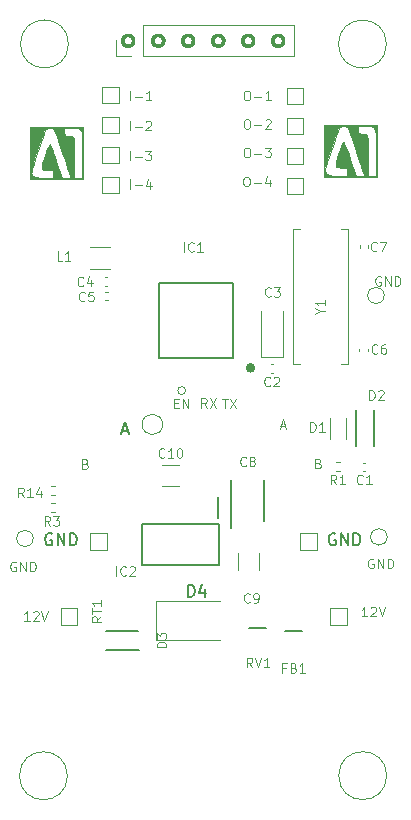
<source format=gbr>
%TF.GenerationSoftware,KiCad,Pcbnew,(5.1.10)-1*%
%TF.CreationDate,2021-10-24T01:14:29+05:30*%
%TF.ProjectId,Modbus_IO_Board,4d6f6462-7573-45f4-994f-5f426f617264,rev?*%
%TF.SameCoordinates,Original*%
%TF.FileFunction,Legend,Top*%
%TF.FilePolarity,Positive*%
%FSLAX46Y46*%
G04 Gerber Fmt 4.6, Leading zero omitted, Abs format (unit mm)*
G04 Created by KiCad (PCBNEW (5.1.10)-1) date 2021-10-24 01:14:29*
%MOMM*%
%LPD*%
G01*
G04 APERTURE LIST*
%ADD10C,0.200000*%
%ADD11C,0.120000*%
%ADD12C,0.010000*%
%ADD13C,0.400000*%
%ADD14C,0.100000*%
%ADD15C,0.150000*%
G04 APERTURE END LIST*
D10*
X138618000Y-60240800D02*
X138574999Y-60304400D01*
X139263000Y-60304400D02*
X139220000Y-60240800D01*
X138574999Y-60672000D02*
X138618000Y-60735600D01*
X138531000Y-60526400D02*
X138545999Y-60601400D01*
X138508999Y-60824400D02*
X138452000Y-60738000D01*
X139263000Y-60672000D02*
X139292000Y-60601400D01*
X138669000Y-60955600D02*
X138583000Y-60897900D01*
X138531000Y-60450000D02*
X138531000Y-60526400D01*
X138806000Y-60115000D02*
X138735000Y-60144300D01*
X139166000Y-60789700D02*
X139220000Y-60735600D01*
X138881000Y-60876300D02*
X138957000Y-60876300D01*
X138764999Y-60995400D02*
X138669000Y-60955600D01*
X139103000Y-60832100D02*
X139166000Y-60789700D01*
X138957000Y-60100100D02*
X138881000Y-60100100D01*
X139032000Y-60861400D02*
X139103000Y-60832100D01*
X138866999Y-61015600D02*
X138764999Y-60995400D01*
X139220000Y-60240800D02*
X139166000Y-60186700D01*
X139306999Y-60526400D02*
X139306999Y-60450000D01*
X138583000Y-60897900D02*
X138508999Y-60824400D01*
X138392000Y-60540100D02*
X138392000Y-60436300D01*
X138412000Y-60642100D02*
X138392000Y-60540100D01*
X138735000Y-60832100D02*
X138806000Y-60861400D01*
X139073000Y-60995400D02*
X138971000Y-61015600D01*
X138735000Y-60144300D02*
X138672000Y-60186700D01*
X138806000Y-60861400D02*
X138881000Y-60876300D01*
X139306999Y-60450000D02*
X139292000Y-60375000D01*
X138881000Y-60100100D02*
X138806000Y-60115000D01*
X139169000Y-60955600D02*
X139073000Y-60995400D01*
X139103000Y-60144300D02*
X139032000Y-60115000D01*
X138545999Y-60601400D02*
X138574999Y-60672000D01*
X139292000Y-60601400D02*
X139306999Y-60526400D01*
X139220000Y-60735600D02*
X139263000Y-60672000D01*
X139292000Y-60375000D02*
X139263000Y-60304400D01*
X138618000Y-60735600D02*
X138672000Y-60789700D01*
X138971000Y-61015600D02*
X138866999Y-61015600D01*
X138672000Y-60186700D02*
X138618000Y-60240800D01*
X139032000Y-60115000D02*
X138957000Y-60100100D01*
X138957000Y-60876300D02*
X139032000Y-60861400D01*
X138672000Y-60789700D02*
X138735000Y-60832100D01*
X138452000Y-60738000D02*
X138412000Y-60642100D01*
X138392000Y-60436300D02*
X138412000Y-60334300D01*
X139166000Y-60186700D02*
X139103000Y-60144300D01*
X138574999Y-60304400D02*
X138545999Y-60375000D01*
X138545999Y-60375000D02*
X138531000Y-60450000D01*
X138452000Y-60238400D02*
X138508999Y-60152000D01*
X138669000Y-60020800D02*
X138764999Y-59981000D01*
X139386000Y-60738000D02*
X139329000Y-60824400D01*
X139446000Y-60436300D02*
X139446000Y-60540100D01*
X139255000Y-60897900D02*
X139169000Y-60955600D01*
X139329000Y-60824400D02*
X139255000Y-60897900D01*
X139425999Y-60642100D02*
X139386000Y-60738000D01*
X138412000Y-60334300D02*
X138452000Y-60238400D01*
X139446000Y-60540100D02*
X139425999Y-60642100D01*
X139425999Y-60334300D02*
X139446000Y-60436300D01*
X139073000Y-59981000D02*
X139169000Y-60020800D01*
X139386000Y-60238400D02*
X139425999Y-60334300D01*
X139329000Y-60152000D02*
X139386000Y-60238400D01*
X139255000Y-60078500D02*
X139329000Y-60152000D01*
X139169000Y-60020800D02*
X139255000Y-60078500D01*
X138971000Y-59960800D02*
X139073000Y-59981000D01*
X138866999Y-59960800D02*
X138971000Y-59960800D01*
X138764999Y-59981000D02*
X138866999Y-59960800D01*
X138583000Y-60078500D02*
X138669000Y-60020800D01*
X138508999Y-60152000D02*
X138583000Y-60078500D01*
X143616000Y-60365000D02*
X143601000Y-60440000D01*
X143805000Y-60822100D02*
X143876000Y-60851400D01*
X143645000Y-60294400D02*
X143616000Y-60365000D01*
X143462000Y-60426300D02*
X143482000Y-60324300D01*
X143742000Y-60779700D02*
X143805000Y-60822100D01*
X144027000Y-60866300D02*
X144102000Y-60851400D01*
X143876000Y-60851400D02*
X143951000Y-60866300D01*
X143482000Y-60632100D02*
X143462000Y-60530100D01*
X143645000Y-60662000D02*
X143688000Y-60725600D01*
X143805000Y-60134300D02*
X143742000Y-60176700D01*
X144236000Y-60779700D02*
X144290000Y-60725600D01*
X144362000Y-60365000D02*
X144333000Y-60294400D01*
X143742000Y-60176700D02*
X143688000Y-60230800D01*
X144173000Y-60822100D02*
X144236000Y-60779700D01*
X144377000Y-60516400D02*
X144377000Y-60440000D01*
X144102000Y-60851400D02*
X144173000Y-60822100D01*
X144333000Y-60294400D02*
X144290000Y-60230800D01*
X144102000Y-60105000D02*
X144027000Y-60090100D01*
X144362000Y-60591400D02*
X144377000Y-60516400D01*
X143951000Y-60866300D02*
X144027000Y-60866300D01*
X143688000Y-60725600D02*
X143742000Y-60779700D01*
X143616000Y-60591400D02*
X143645000Y-60662000D01*
X143601000Y-60516400D02*
X143616000Y-60591400D01*
X143601000Y-60440000D02*
X143601000Y-60516400D01*
X143951000Y-60090100D02*
X143876000Y-60105000D01*
X144027000Y-60090100D02*
X143951000Y-60090100D01*
X144290000Y-60230800D02*
X144236000Y-60176700D01*
X144236000Y-60176700D02*
X144173000Y-60134300D01*
X143688000Y-60230800D02*
X143645000Y-60294400D01*
X143876000Y-60105000D02*
X143805000Y-60134300D01*
X144173000Y-60134300D02*
X144102000Y-60105000D01*
X144377000Y-60440000D02*
X144362000Y-60365000D01*
X144290000Y-60725600D02*
X144333000Y-60662000D01*
X143462000Y-60530100D02*
X143462000Y-60426300D01*
X143522000Y-60728000D02*
X143482000Y-60632100D01*
X144333000Y-60662000D02*
X144362000Y-60591400D01*
X140942000Y-60426300D02*
X140962000Y-60324300D01*
X141168000Y-60725600D02*
X141222000Y-60779700D01*
X141222000Y-60779700D02*
X141285000Y-60822100D01*
X141356000Y-60105000D02*
X141285000Y-60134300D01*
X141842000Y-60591400D02*
X141857000Y-60516400D01*
X141653000Y-60134300D02*
X141582000Y-60105000D01*
X141857000Y-60440000D02*
X141842000Y-60365000D01*
X141582000Y-60851400D02*
X141653000Y-60822100D01*
X141857000Y-60516400D02*
X141857000Y-60440000D01*
X141582000Y-60105000D02*
X141507000Y-60090100D01*
X141716000Y-60779700D02*
X141770000Y-60725600D01*
X143579000Y-60814400D02*
X143522000Y-60728000D01*
X144143000Y-60985400D02*
X144041000Y-61005600D01*
X141125000Y-60294400D02*
X141096000Y-60365000D01*
X143739000Y-60945600D02*
X143653000Y-60887900D01*
X143482000Y-60324300D02*
X143522000Y-60228400D01*
X141653000Y-60822100D02*
X141716000Y-60779700D01*
X143937000Y-61005600D02*
X143835000Y-60985400D01*
X141507000Y-60866300D02*
X141582000Y-60851400D01*
X144456000Y-60728000D02*
X144399000Y-60814400D01*
X143937000Y-59950800D02*
X144041000Y-59950800D01*
X140962000Y-60632100D02*
X140942000Y-60530100D01*
X144516000Y-60530100D02*
X144496000Y-60632100D01*
X141842000Y-60365000D02*
X141813000Y-60294400D01*
X143579000Y-60142000D02*
X143653000Y-60068500D01*
X144325000Y-60068500D02*
X144399000Y-60142000D01*
X141125000Y-60662000D02*
X141168000Y-60725600D01*
X143653000Y-60887900D02*
X143579000Y-60814400D01*
X143522000Y-60228400D02*
X143579000Y-60142000D01*
X144325000Y-60887900D02*
X144239000Y-60945600D01*
X140942000Y-60530100D02*
X140942000Y-60426300D01*
X141081000Y-60516400D02*
X141096000Y-60591400D01*
X141096000Y-60591400D02*
X141125000Y-60662000D01*
X144399000Y-60142000D02*
X144456000Y-60228400D01*
X144239000Y-60010800D02*
X144325000Y-60068500D01*
X143653000Y-60068500D02*
X143739000Y-60010800D01*
X141716000Y-60176700D02*
X141653000Y-60134300D01*
X141002000Y-60728000D02*
X140962000Y-60632100D01*
X143835000Y-60985400D02*
X143739000Y-60945600D01*
X141507000Y-60090100D02*
X141431000Y-60090100D01*
X144041000Y-61005600D02*
X143937000Y-61005600D01*
X144239000Y-60945600D02*
X144143000Y-60985400D01*
X144516000Y-60426300D02*
X144516000Y-60530100D01*
X144496000Y-60324300D02*
X144516000Y-60426300D01*
X141813000Y-60294400D02*
X141770000Y-60230800D01*
X144399000Y-60814400D02*
X144325000Y-60887900D01*
X144496000Y-60632100D02*
X144456000Y-60728000D01*
X144456000Y-60228400D02*
X144496000Y-60324300D01*
X141431000Y-60866300D02*
X141507000Y-60866300D01*
X141770000Y-60230800D02*
X141716000Y-60176700D01*
X141770000Y-60725600D02*
X141813000Y-60662000D01*
X144143000Y-59971000D02*
X144239000Y-60010800D01*
X144041000Y-59950800D02*
X144143000Y-59971000D01*
X143835000Y-59971000D02*
X143937000Y-59950800D01*
X141096000Y-60365000D02*
X141081000Y-60440000D01*
X143739000Y-60010800D02*
X143835000Y-59971000D01*
X141222000Y-60176700D02*
X141168000Y-60230800D01*
X141081000Y-60440000D02*
X141081000Y-60516400D01*
X141285000Y-60822100D02*
X141356000Y-60851400D01*
X141813000Y-60662000D02*
X141842000Y-60591400D01*
X141168000Y-60230800D02*
X141125000Y-60294400D01*
X141285000Y-60134300D02*
X141222000Y-60176700D01*
X141356000Y-60851400D02*
X141431000Y-60866300D01*
X141431000Y-60090100D02*
X141356000Y-60105000D01*
X149467000Y-60440000D02*
X149452000Y-60365000D01*
X148966000Y-60851400D02*
X149041000Y-60866300D01*
X148691000Y-60516400D02*
X148706000Y-60591400D01*
X148966000Y-60105000D02*
X148895000Y-60134300D01*
X149326000Y-60176700D02*
X149263000Y-60134300D01*
X148691000Y-60440000D02*
X148691000Y-60516400D01*
X148706000Y-60591400D02*
X148735000Y-60662000D01*
X148706000Y-60365000D02*
X148691000Y-60440000D01*
X141059000Y-60814400D02*
X141002000Y-60728000D01*
X141133000Y-60887900D02*
X141059000Y-60814400D01*
X149192000Y-60105000D02*
X149117000Y-60090100D01*
X141219000Y-60945600D02*
X141133000Y-60887900D01*
X149423000Y-60662000D02*
X149452000Y-60591400D01*
X149041000Y-60090100D02*
X148966000Y-60105000D01*
X149380000Y-60230800D02*
X149326000Y-60176700D01*
X148552000Y-60530100D02*
X148552000Y-60426300D01*
X148572000Y-60632100D02*
X148552000Y-60530100D01*
X149326000Y-60779700D02*
X149380000Y-60725600D01*
X141879000Y-60142000D02*
X141936000Y-60228400D01*
X141623000Y-59971000D02*
X141719000Y-60010800D01*
X141315000Y-60985400D02*
X141219000Y-60945600D01*
X141417000Y-61005600D02*
X141315000Y-60985400D01*
X141521000Y-61005600D02*
X141417000Y-61005600D01*
X141417000Y-59950800D02*
X141521000Y-59950800D01*
X148612000Y-60728000D02*
X148572000Y-60632100D01*
X141976000Y-60632100D02*
X141936000Y-60728000D01*
X148778000Y-60725600D02*
X148832000Y-60779700D01*
X149041000Y-60866300D02*
X149117000Y-60866300D01*
X141623000Y-60985400D02*
X141521000Y-61005600D01*
X141719000Y-60945600D02*
X141623000Y-60985400D01*
X148832000Y-60176700D02*
X148778000Y-60230800D01*
X141805000Y-60887900D02*
X141719000Y-60945600D01*
X141879000Y-60814400D02*
X141805000Y-60887900D01*
X141936000Y-60728000D02*
X141879000Y-60814400D01*
X141996000Y-60530100D02*
X141976000Y-60632100D01*
X140962000Y-60324300D02*
X141002000Y-60228400D01*
X141996000Y-60426300D02*
X141996000Y-60530100D01*
X141976000Y-60324300D02*
X141996000Y-60426300D01*
X141936000Y-60228400D02*
X141976000Y-60324300D01*
X141805000Y-60068500D02*
X141879000Y-60142000D01*
X141315000Y-59971000D02*
X141417000Y-59950800D01*
X149452000Y-60591400D02*
X149467000Y-60516400D01*
X148832000Y-60779700D02*
X148895000Y-60822100D01*
X141719000Y-60010800D02*
X141805000Y-60068500D01*
X141521000Y-59950800D02*
X141623000Y-59971000D01*
X141133000Y-60068500D02*
X141219000Y-60010800D01*
X149380000Y-60725600D02*
X149423000Y-60662000D01*
X148735000Y-60662000D02*
X148778000Y-60725600D01*
X148552000Y-60426300D02*
X148572000Y-60324300D01*
X149192000Y-60851400D02*
X149263000Y-60822100D01*
X148895000Y-60822100D02*
X148966000Y-60851400D01*
X141059000Y-60142000D02*
X141133000Y-60068500D01*
X148735000Y-60294400D02*
X148706000Y-60365000D01*
X148778000Y-60230800D02*
X148735000Y-60294400D01*
X149117000Y-60090100D02*
X149041000Y-60090100D01*
X149263000Y-60822100D02*
X149326000Y-60779700D01*
X149467000Y-60516400D02*
X149467000Y-60440000D01*
X148895000Y-60134300D02*
X148832000Y-60176700D01*
X149117000Y-60866300D02*
X149192000Y-60851400D01*
X149452000Y-60365000D02*
X149423000Y-60294400D01*
X141219000Y-60010800D02*
X141315000Y-59971000D01*
X149263000Y-60134300D02*
X149192000Y-60105000D01*
X141002000Y-60228400D02*
X141059000Y-60142000D01*
X149423000Y-60294400D02*
X149380000Y-60230800D01*
X146796000Y-60176700D02*
X146733000Y-60134300D01*
X146850000Y-60725600D02*
X146893000Y-60662000D01*
X146511000Y-60866300D02*
X146587000Y-60866300D01*
X146161000Y-60440000D02*
X146161000Y-60516400D01*
X146248000Y-60230800D02*
X146205000Y-60294400D01*
X146587000Y-60090100D02*
X146511000Y-60090100D01*
X146662000Y-60105000D02*
X146587000Y-60090100D01*
X146922000Y-60365000D02*
X146893000Y-60294400D01*
X146733000Y-60822100D02*
X146796000Y-60779700D01*
X146365000Y-60822100D02*
X146436000Y-60851400D01*
X146205000Y-60662000D02*
X146248000Y-60725600D01*
X146893000Y-60662000D02*
X146922000Y-60591400D01*
X146436000Y-60105000D02*
X146365000Y-60134300D01*
X146937000Y-60516400D02*
X146937000Y-60440000D01*
X149546000Y-60228400D02*
X149586000Y-60324300D01*
X146662000Y-60851400D02*
X146733000Y-60822100D01*
X148669000Y-60814400D02*
X148612000Y-60728000D01*
X148925000Y-59971000D02*
X149027000Y-59950800D01*
X146302000Y-60779700D02*
X146365000Y-60822100D01*
X148669000Y-60142000D02*
X148743000Y-60068500D01*
X146082000Y-60728000D02*
X146042000Y-60632100D01*
X148743000Y-60887900D02*
X148669000Y-60814400D01*
X146248000Y-60725600D02*
X146302000Y-60779700D01*
X149489000Y-60142000D02*
X149546000Y-60228400D01*
X146733000Y-60134300D02*
X146662000Y-60105000D01*
X148829000Y-60945600D02*
X148743000Y-60887900D01*
X148925000Y-60985400D02*
X148829000Y-60945600D01*
X149606000Y-60426300D02*
X149606000Y-60530100D01*
X146205000Y-60294400D02*
X146176000Y-60365000D01*
X149027000Y-61005600D02*
X148925000Y-60985400D01*
X149489000Y-60814400D02*
X149415000Y-60887900D01*
X149131000Y-61005600D02*
X149027000Y-61005600D01*
X146937000Y-60440000D02*
X146922000Y-60365000D01*
X149233000Y-60985400D02*
X149131000Y-61005600D01*
X146587000Y-60866300D02*
X146662000Y-60851400D01*
X149546000Y-60728000D02*
X149489000Y-60814400D01*
X146176000Y-60591400D02*
X146205000Y-60662000D01*
X149329000Y-60945600D02*
X149233000Y-60985400D01*
X146922000Y-60591400D02*
X146937000Y-60516400D01*
X149329000Y-60010800D02*
X149415000Y-60068500D01*
X149415000Y-60887900D02*
X149329000Y-60945600D01*
X149586000Y-60632100D02*
X149546000Y-60728000D01*
X149233000Y-59971000D02*
X149329000Y-60010800D01*
X148829000Y-60010800D02*
X148925000Y-59971000D01*
X148572000Y-60324300D02*
X148612000Y-60228400D01*
X149606000Y-60530100D02*
X149586000Y-60632100D01*
X149131000Y-59950800D02*
X149233000Y-59971000D01*
X149586000Y-60324300D02*
X149606000Y-60426300D01*
X149415000Y-60068500D02*
X149489000Y-60142000D01*
X149027000Y-59950800D02*
X149131000Y-59950800D01*
X148743000Y-60068500D02*
X148829000Y-60010800D01*
X148612000Y-60228400D02*
X148669000Y-60142000D01*
X146176000Y-60365000D02*
X146161000Y-60440000D01*
X146365000Y-60134300D02*
X146302000Y-60176700D01*
X146511000Y-60090100D02*
X146436000Y-60105000D01*
X146850000Y-60230800D02*
X146796000Y-60176700D01*
X146893000Y-60294400D02*
X146850000Y-60230800D01*
X146022000Y-60426300D02*
X146042000Y-60324300D01*
X146436000Y-60851400D02*
X146511000Y-60866300D01*
X146796000Y-60779700D02*
X146850000Y-60725600D01*
X146042000Y-60632100D02*
X146022000Y-60530100D01*
X146161000Y-60516400D02*
X146176000Y-60591400D01*
X146022000Y-60530100D02*
X146022000Y-60426300D01*
X146302000Y-60176700D02*
X146248000Y-60230800D01*
X151992000Y-60591400D02*
X152007000Y-60516400D01*
X151920000Y-60725600D02*
X151963000Y-60662000D01*
X151803000Y-60822100D02*
X151866000Y-60779700D01*
X151866000Y-60779700D02*
X151920000Y-60725600D01*
X151092000Y-60426300D02*
X151112000Y-60324300D01*
X151581000Y-60866300D02*
X151657000Y-60866300D01*
X151275000Y-60662000D02*
X151318000Y-60725600D01*
X146139000Y-60142000D02*
X146213000Y-60068500D01*
X151246000Y-60591400D02*
X151275000Y-60662000D01*
X151657000Y-60866300D02*
X151732000Y-60851400D01*
X151152000Y-60728000D02*
X151112000Y-60632100D01*
X147076000Y-60530100D02*
X147056000Y-60632100D01*
X146601000Y-59950800D02*
X146703000Y-59971000D01*
X152007000Y-60516400D02*
X152007000Y-60440000D01*
X146885000Y-60887900D02*
X146799000Y-60945600D01*
X151920000Y-60230800D02*
X151866000Y-60176700D01*
X146139000Y-60814400D02*
X146082000Y-60728000D01*
X146959000Y-60142000D02*
X147016000Y-60228400D01*
X146799000Y-60010800D02*
X146885000Y-60068500D01*
X146213000Y-60068500D02*
X146299000Y-60010800D01*
X151506000Y-60105000D02*
X151435000Y-60134300D01*
X146213000Y-60887900D02*
X146139000Y-60814400D01*
X146082000Y-60228400D02*
X146139000Y-60142000D01*
X151318000Y-60725600D02*
X151372000Y-60779700D01*
X151803000Y-60134300D02*
X151732000Y-60105000D01*
X151275000Y-60294400D02*
X151246000Y-60365000D01*
X146299000Y-60945600D02*
X146213000Y-60887900D01*
X146395000Y-60985400D02*
X146299000Y-60945600D01*
X151866000Y-60176700D02*
X151803000Y-60134300D01*
X146395000Y-59971000D02*
X146497000Y-59950800D01*
X146497000Y-61005600D02*
X146395000Y-60985400D01*
X151963000Y-60294400D02*
X151920000Y-60230800D01*
X147056000Y-60324300D02*
X147076000Y-60426300D01*
X151246000Y-60365000D02*
X151231000Y-60440000D01*
X151318000Y-60230800D02*
X151275000Y-60294400D01*
X151732000Y-60105000D02*
X151657000Y-60090100D01*
X146601000Y-61005600D02*
X146497000Y-61005600D01*
X151506000Y-60851400D02*
X151581000Y-60866300D01*
X146703000Y-60985400D02*
X146601000Y-61005600D01*
X151732000Y-60851400D02*
X151803000Y-60822100D01*
X146799000Y-60945600D02*
X146703000Y-60985400D01*
X146959000Y-60814400D02*
X146885000Y-60887900D01*
X146042000Y-60324300D02*
X146082000Y-60228400D01*
X151231000Y-60516400D02*
X151246000Y-60591400D01*
X151372000Y-60779700D02*
X151435000Y-60822100D01*
X147016000Y-60728000D02*
X146959000Y-60814400D01*
X147056000Y-60632100D02*
X147016000Y-60728000D01*
X147076000Y-60426300D02*
X147076000Y-60530100D01*
X147016000Y-60228400D02*
X147056000Y-60324300D01*
X151435000Y-60822100D02*
X151506000Y-60851400D01*
X151112000Y-60632100D02*
X151092000Y-60530100D01*
X146885000Y-60068500D02*
X146959000Y-60142000D01*
X146299000Y-60010800D02*
X146395000Y-59971000D01*
X146703000Y-59971000D02*
X146799000Y-60010800D01*
X152007000Y-60440000D02*
X151992000Y-60365000D01*
X151372000Y-60176700D02*
X151318000Y-60230800D01*
X151963000Y-60662000D02*
X151992000Y-60591400D01*
X146497000Y-59950800D02*
X146601000Y-59950800D01*
X151992000Y-60365000D02*
X151963000Y-60294400D01*
X151092000Y-60530100D02*
X151092000Y-60426300D01*
X151231000Y-60440000D02*
X151231000Y-60516400D01*
X151435000Y-60134300D02*
X151372000Y-60176700D01*
X151581000Y-60090100D02*
X151506000Y-60105000D01*
X151657000Y-60090100D02*
X151581000Y-60090100D01*
X151773000Y-60985400D02*
X151671000Y-61005600D01*
X151283000Y-60887900D02*
X151209000Y-60814400D01*
X152146000Y-60426300D02*
X152146000Y-60530100D01*
X151773000Y-59971000D02*
X151869000Y-60010800D01*
X151209000Y-60142000D02*
X151283000Y-60068500D01*
X151283000Y-60068500D02*
X151369000Y-60010800D01*
X151209000Y-60814400D02*
X151152000Y-60728000D01*
X151369000Y-60945600D02*
X151283000Y-60887900D01*
X151465000Y-60985400D02*
X151369000Y-60945600D01*
X151955000Y-60887900D02*
X151869000Y-60945600D01*
X152029000Y-60814400D02*
X151955000Y-60887900D01*
X152126000Y-60632100D02*
X152086000Y-60728000D01*
X152146000Y-60530100D02*
X152126000Y-60632100D01*
X151869000Y-60010800D02*
X151955000Y-60068500D01*
X151567000Y-61005600D02*
X151465000Y-60985400D01*
X151369000Y-60010800D02*
X151465000Y-59971000D01*
X152029000Y-60142000D02*
X152086000Y-60228400D01*
X151955000Y-60068500D02*
X152029000Y-60142000D01*
X152126000Y-60324300D02*
X152146000Y-60426300D01*
X151671000Y-61005600D02*
X151567000Y-61005600D01*
X151869000Y-60945600D02*
X151773000Y-60985400D01*
X152086000Y-60728000D02*
X152029000Y-60814400D01*
X151112000Y-60324300D02*
X151152000Y-60228400D01*
X151671000Y-59950800D02*
X151773000Y-59971000D01*
X152086000Y-60228400D02*
X152126000Y-60324300D01*
X151567000Y-59950800D02*
X151671000Y-59950800D01*
X151465000Y-59971000D02*
X151567000Y-59950800D01*
X151152000Y-60228400D02*
X151209000Y-60142000D01*
D11*
%TO.C,H1*%
X133862000Y-60750000D02*
G75*
G03*
X133862000Y-60750000I-2032000J0D01*
G01*
%TO.C,H2*%
X160782000Y-60760000D02*
G75*
G03*
X160782000Y-60760000I-2032000J0D01*
G01*
%TO.C,H4*%
X160802000Y-122700000D02*
G75*
G03*
X160802000Y-122700000I-2032000J0D01*
G01*
%TO.C,H3*%
X133772000Y-122710000D02*
G75*
G03*
X133772000Y-122710000I-2032000J0D01*
G01*
%TO.C,TP9*%
X141838217Y-92965784D02*
G75*
G03*
X141838217Y-92965784I-868217J0D01*
G01*
%TO.C,I-3*%
X136739400Y-69454800D02*
X138139400Y-69454800D01*
X138139400Y-69454800D02*
X138139400Y-70854800D01*
X138139400Y-70854800D02*
X136739400Y-70854800D01*
X136739400Y-70854800D02*
X136739400Y-69454800D01*
%TO.C,I-1*%
X136739400Y-64374800D02*
X138139400Y-64374800D01*
X138139400Y-64374800D02*
X138139400Y-65774800D01*
X138139400Y-65774800D02*
X136739400Y-65774800D01*
X136739400Y-65774800D02*
X136739400Y-64374800D01*
%TO.C,I-2*%
X136739400Y-66914800D02*
X138139400Y-66914800D01*
X138139400Y-66914800D02*
X138139400Y-68314800D01*
X138139400Y-68314800D02*
X136739400Y-68314800D01*
X136739400Y-68314800D02*
X136739400Y-66914800D01*
%TO.C,I-4*%
X136739400Y-71994800D02*
X138139400Y-71994800D01*
X138139400Y-71994800D02*
X138139400Y-73394800D01*
X138139400Y-73394800D02*
X136739400Y-73394800D01*
X136739400Y-73394800D02*
X136739400Y-71994800D01*
%TO.C,O-4*%
X152360400Y-73471000D02*
X152360400Y-72071000D01*
X153760400Y-73471000D02*
X152360400Y-73471000D01*
X153760400Y-72071000D02*
X153760400Y-73471000D01*
X152360400Y-72071000D02*
X153760400Y-72071000D01*
%TO.C,O-3*%
X152360400Y-70931000D02*
X152360400Y-69531000D01*
X153760400Y-70931000D02*
X152360400Y-70931000D01*
X153760400Y-69531000D02*
X153760400Y-70931000D01*
X152360400Y-69531000D02*
X153760400Y-69531000D01*
%TO.C,O-2*%
X152360400Y-68391000D02*
X152360400Y-66991000D01*
X153760400Y-68391000D02*
X152360400Y-68391000D01*
X153760400Y-66991000D02*
X153760400Y-68391000D01*
X152360400Y-66991000D02*
X153760400Y-66991000D01*
%TO.C,O-1*%
X152360400Y-65851000D02*
X152360400Y-64451000D01*
X153760400Y-65851000D02*
X152360400Y-65851000D01*
X153760400Y-64451000D02*
X153760400Y-65851000D01*
X152360400Y-64451000D02*
X153760400Y-64451000D01*
%TO.C,TP11*%
X153478000Y-102170000D02*
X154878000Y-102170000D01*
X154878000Y-102170000D02*
X154878000Y-103570000D01*
X154878000Y-103570000D02*
X153478000Y-103570000D01*
X153478000Y-103570000D02*
X153478000Y-102170000D01*
%TO.C,12V*%
X156018000Y-109930000D02*
X156018000Y-108530000D01*
X157418000Y-109930000D02*
X156018000Y-109930000D01*
X157418000Y-108530000D02*
X157418000Y-109930000D01*
X156018000Y-108530000D02*
X157418000Y-108530000D01*
%TO.C,TP15*%
X135698000Y-102170000D02*
X137098000Y-102170000D01*
X137098000Y-102170000D02*
X137098000Y-103570000D01*
X137098000Y-103570000D02*
X135698000Y-103570000D01*
X135698000Y-103570000D02*
X135698000Y-102170000D01*
%TO.C,12V*%
X133220000Y-108530000D02*
X134620000Y-108530000D01*
X134620000Y-108530000D02*
X134620000Y-109930000D01*
X134620000Y-109930000D02*
X133220000Y-109930000D01*
X133220000Y-109930000D02*
X133220000Y-108530000D01*
D12*
%TO.C,G\u002A\u002A\u002A*%
G36*
X135126000Y-72181333D02*
G01*
X130638667Y-72181333D01*
X130638667Y-71656350D01*
X130723333Y-71656350D01*
X130754681Y-71844197D01*
X130864424Y-71972366D01*
X131076107Y-72050598D01*
X131413278Y-72088633D01*
X131787714Y-72096667D01*
X132586000Y-72096667D01*
X132586000Y-71419333D01*
X132117676Y-71419333D01*
X131804592Y-71401186D01*
X131637752Y-71343694D01*
X131602963Y-71298445D01*
X131607009Y-71170763D01*
X131657577Y-70933292D01*
X131742562Y-70622644D01*
X131849859Y-70275428D01*
X131967367Y-69928255D01*
X132082979Y-69617737D01*
X132184594Y-69380482D01*
X132260106Y-69253102D01*
X132282992Y-69241558D01*
X132337699Y-69327453D01*
X132432874Y-69548384D01*
X132558340Y-69877805D01*
X132703917Y-70289168D01*
X132835764Y-70683116D01*
X133297195Y-72096667D01*
X133670322Y-72096667D01*
X133913168Y-72080219D01*
X134005858Y-72027422D01*
X134003077Y-71990833D01*
X133966365Y-71883040D01*
X133885307Y-71638137D01*
X133767763Y-71280096D01*
X133621591Y-70832892D01*
X133454649Y-70320499D01*
X133349820Y-69998016D01*
X133170461Y-69456455D01*
X133001101Y-68964927D01*
X132850670Y-68547800D01*
X132728094Y-68229441D01*
X132642301Y-68034217D01*
X132613087Y-67987183D01*
X132397237Y-67878181D01*
X132137911Y-67888011D01*
X131969793Y-67969167D01*
X131906932Y-68075348D01*
X131804603Y-68314550D01*
X131672603Y-68657785D01*
X131520733Y-69076065D01*
X131358791Y-69540404D01*
X131196576Y-70021815D01*
X131043888Y-70491310D01*
X130910526Y-70919901D01*
X130806288Y-71278603D01*
X130740975Y-71538427D01*
X130723333Y-71656350D01*
X130638667Y-71656350D01*
X130638667Y-67863333D01*
X133517333Y-67863333D01*
X133517333Y-68202000D01*
X133525790Y-68418782D01*
X133582113Y-68515111D01*
X133732732Y-68539860D01*
X133839066Y-68540666D01*
X134076120Y-68565941D01*
X134245192Y-68628168D01*
X134262400Y-68642266D01*
X134301383Y-68743852D01*
X134330350Y-68968124D01*
X134349980Y-69327011D01*
X134360957Y-69832441D01*
X134364000Y-70420266D01*
X134364000Y-72096667D01*
X135041333Y-72096667D01*
X135041333Y-70149333D01*
X135040860Y-69468663D01*
X135034336Y-68938521D01*
X135014102Y-68540109D01*
X134972500Y-68254628D01*
X134901872Y-68063281D01*
X134794558Y-67947270D01*
X134642901Y-67887797D01*
X134439242Y-67866064D01*
X134175922Y-67863272D01*
X134110000Y-67863333D01*
X133517333Y-67863333D01*
X130638667Y-67863333D01*
X130638667Y-67778667D01*
X135126000Y-67778667D01*
X135126000Y-72181333D01*
G37*
X135126000Y-72181333D02*
X130638667Y-72181333D01*
X130638667Y-71656350D01*
X130723333Y-71656350D01*
X130754681Y-71844197D01*
X130864424Y-71972366D01*
X131076107Y-72050598D01*
X131413278Y-72088633D01*
X131787714Y-72096667D01*
X132586000Y-72096667D01*
X132586000Y-71419333D01*
X132117676Y-71419333D01*
X131804592Y-71401186D01*
X131637752Y-71343694D01*
X131602963Y-71298445D01*
X131607009Y-71170763D01*
X131657577Y-70933292D01*
X131742562Y-70622644D01*
X131849859Y-70275428D01*
X131967367Y-69928255D01*
X132082979Y-69617737D01*
X132184594Y-69380482D01*
X132260106Y-69253102D01*
X132282992Y-69241558D01*
X132337699Y-69327453D01*
X132432874Y-69548384D01*
X132558340Y-69877805D01*
X132703917Y-70289168D01*
X132835764Y-70683116D01*
X133297195Y-72096667D01*
X133670322Y-72096667D01*
X133913168Y-72080219D01*
X134005858Y-72027422D01*
X134003077Y-71990833D01*
X133966365Y-71883040D01*
X133885307Y-71638137D01*
X133767763Y-71280096D01*
X133621591Y-70832892D01*
X133454649Y-70320499D01*
X133349820Y-69998016D01*
X133170461Y-69456455D01*
X133001101Y-68964927D01*
X132850670Y-68547800D01*
X132728094Y-68229441D01*
X132642301Y-68034217D01*
X132613087Y-67987183D01*
X132397237Y-67878181D01*
X132137911Y-67888011D01*
X131969793Y-67969167D01*
X131906932Y-68075348D01*
X131804603Y-68314550D01*
X131672603Y-68657785D01*
X131520733Y-69076065D01*
X131358791Y-69540404D01*
X131196576Y-70021815D01*
X131043888Y-70491310D01*
X130910526Y-70919901D01*
X130806288Y-71278603D01*
X130740975Y-71538427D01*
X130723333Y-71656350D01*
X130638667Y-71656350D01*
X130638667Y-67863333D01*
X133517333Y-67863333D01*
X133517333Y-68202000D01*
X133525790Y-68418782D01*
X133582113Y-68515111D01*
X133732732Y-68539860D01*
X133839066Y-68540666D01*
X134076120Y-68565941D01*
X134245192Y-68628168D01*
X134262400Y-68642266D01*
X134301383Y-68743852D01*
X134330350Y-68968124D01*
X134349980Y-69327011D01*
X134360957Y-69832441D01*
X134364000Y-70420266D01*
X134364000Y-72096667D01*
X135041333Y-72096667D01*
X135041333Y-70149333D01*
X135040860Y-69468663D01*
X135034336Y-68938521D01*
X135014102Y-68540109D01*
X134972500Y-68254628D01*
X134901872Y-68063281D01*
X134794558Y-67947270D01*
X134642901Y-67887797D01*
X134439242Y-67866064D01*
X134175922Y-67863272D01*
X134110000Y-67863333D01*
X133517333Y-67863333D01*
X130638667Y-67863333D01*
X130638667Y-67778667D01*
X135126000Y-67778667D01*
X135126000Y-72181333D01*
D13*
%TO.C,IC1*%
X149470000Y-88170000D02*
G75*
G03*
X149470000Y-88170000I-200000J0D01*
G01*
D10*
X147820000Y-81020000D02*
X147820000Y-87320000D01*
X141520000Y-81020000D02*
X147820000Y-81020000D01*
X141520000Y-87320000D02*
X141520000Y-81020000D01*
X147820000Y-87320000D02*
X141520000Y-87320000D01*
D14*
%TO.C,Y1*%
X153430000Y-87860000D02*
X153430000Y-87860000D01*
X153430000Y-87860000D02*
X152830000Y-87860000D01*
X152830000Y-87860000D02*
X152830000Y-87860000D01*
X152830000Y-87860000D02*
X153430000Y-87860000D01*
X152830000Y-87860000D02*
X152830000Y-76460000D01*
X152830000Y-76460000D02*
X152830000Y-76460000D01*
X152830000Y-76460000D02*
X152830000Y-87860000D01*
X152830000Y-87860000D02*
X152830000Y-87860000D01*
X152830000Y-76460000D02*
X152830000Y-76460000D01*
X152830000Y-76460000D02*
X153430000Y-76460000D01*
X153430000Y-76460000D02*
X153430000Y-76460000D01*
X153430000Y-76460000D02*
X152830000Y-76460000D01*
X156930000Y-76460000D02*
X156930000Y-76460000D01*
X156930000Y-76460000D02*
X157530000Y-76460000D01*
X157530000Y-76460000D02*
X157530000Y-76460000D01*
X157530000Y-76460000D02*
X156930000Y-76460000D01*
X157530000Y-76460000D02*
X157530000Y-87860000D01*
X157530000Y-87860000D02*
X157530000Y-87860000D01*
X157530000Y-87860000D02*
X157530000Y-76460000D01*
X157530000Y-76460000D02*
X157530000Y-76460000D01*
X157530000Y-87860000D02*
X157530000Y-87860000D01*
X157530000Y-87860000D02*
X156930000Y-87860000D01*
X156930000Y-87860000D02*
X156930000Y-87860000D01*
X156930000Y-87860000D02*
X157530000Y-87860000D01*
D12*
%TO.C,G\u002A\u002A\u002A*%
G36*
X159996000Y-71991333D02*
G01*
X155508667Y-71991333D01*
X155508667Y-71466350D01*
X155593333Y-71466350D01*
X155624681Y-71654197D01*
X155734424Y-71782366D01*
X155946107Y-71860598D01*
X156283278Y-71898633D01*
X156657714Y-71906667D01*
X157456000Y-71906667D01*
X157456000Y-71229333D01*
X156987676Y-71229333D01*
X156674592Y-71211186D01*
X156507752Y-71153694D01*
X156472963Y-71108445D01*
X156477009Y-70980763D01*
X156527577Y-70743292D01*
X156612562Y-70432644D01*
X156719859Y-70085428D01*
X156837367Y-69738255D01*
X156952979Y-69427737D01*
X157054594Y-69190482D01*
X157130106Y-69063102D01*
X157152992Y-69051558D01*
X157207699Y-69137453D01*
X157302874Y-69358384D01*
X157428340Y-69687805D01*
X157573917Y-70099168D01*
X157705764Y-70493116D01*
X158167195Y-71906667D01*
X158540322Y-71906667D01*
X158783168Y-71890219D01*
X158875858Y-71837422D01*
X158873077Y-71800833D01*
X158836365Y-71693040D01*
X158755307Y-71448137D01*
X158637763Y-71090096D01*
X158491591Y-70642892D01*
X158324649Y-70130499D01*
X158219820Y-69808016D01*
X158040461Y-69266455D01*
X157871101Y-68774927D01*
X157720670Y-68357800D01*
X157598094Y-68039441D01*
X157512301Y-67844217D01*
X157483087Y-67797183D01*
X157267237Y-67688181D01*
X157007911Y-67698011D01*
X156839793Y-67779167D01*
X156776932Y-67885348D01*
X156674603Y-68124550D01*
X156542603Y-68467785D01*
X156390733Y-68886065D01*
X156228791Y-69350404D01*
X156066576Y-69831815D01*
X155913888Y-70301310D01*
X155780526Y-70729901D01*
X155676288Y-71088603D01*
X155610975Y-71348427D01*
X155593333Y-71466350D01*
X155508667Y-71466350D01*
X155508667Y-67673333D01*
X158387333Y-67673333D01*
X158387333Y-68012000D01*
X158395790Y-68228782D01*
X158452113Y-68325111D01*
X158602732Y-68349860D01*
X158709066Y-68350666D01*
X158946120Y-68375941D01*
X159115192Y-68438168D01*
X159132400Y-68452266D01*
X159171383Y-68553852D01*
X159200350Y-68778124D01*
X159219980Y-69137011D01*
X159230957Y-69642441D01*
X159234000Y-70230266D01*
X159234000Y-71906667D01*
X159911333Y-71906667D01*
X159911333Y-69959333D01*
X159910860Y-69278663D01*
X159904336Y-68748521D01*
X159884102Y-68350109D01*
X159842500Y-68064628D01*
X159771872Y-67873281D01*
X159664558Y-67757270D01*
X159512901Y-67697797D01*
X159309242Y-67676064D01*
X159045922Y-67673272D01*
X158980000Y-67673333D01*
X158387333Y-67673333D01*
X155508667Y-67673333D01*
X155508667Y-67588667D01*
X159996000Y-67588667D01*
X159996000Y-71991333D01*
G37*
X159996000Y-71991333D02*
X155508667Y-71991333D01*
X155508667Y-71466350D01*
X155593333Y-71466350D01*
X155624681Y-71654197D01*
X155734424Y-71782366D01*
X155946107Y-71860598D01*
X156283278Y-71898633D01*
X156657714Y-71906667D01*
X157456000Y-71906667D01*
X157456000Y-71229333D01*
X156987676Y-71229333D01*
X156674592Y-71211186D01*
X156507752Y-71153694D01*
X156472963Y-71108445D01*
X156477009Y-70980763D01*
X156527577Y-70743292D01*
X156612562Y-70432644D01*
X156719859Y-70085428D01*
X156837367Y-69738255D01*
X156952979Y-69427737D01*
X157054594Y-69190482D01*
X157130106Y-69063102D01*
X157152992Y-69051558D01*
X157207699Y-69137453D01*
X157302874Y-69358384D01*
X157428340Y-69687805D01*
X157573917Y-70099168D01*
X157705764Y-70493116D01*
X158167195Y-71906667D01*
X158540322Y-71906667D01*
X158783168Y-71890219D01*
X158875858Y-71837422D01*
X158873077Y-71800833D01*
X158836365Y-71693040D01*
X158755307Y-71448137D01*
X158637763Y-71090096D01*
X158491591Y-70642892D01*
X158324649Y-70130499D01*
X158219820Y-69808016D01*
X158040461Y-69266455D01*
X157871101Y-68774927D01*
X157720670Y-68357800D01*
X157598094Y-68039441D01*
X157512301Y-67844217D01*
X157483087Y-67797183D01*
X157267237Y-67688181D01*
X157007911Y-67698011D01*
X156839793Y-67779167D01*
X156776932Y-67885348D01*
X156674603Y-68124550D01*
X156542603Y-68467785D01*
X156390733Y-68886065D01*
X156228791Y-69350404D01*
X156066576Y-69831815D01*
X155913888Y-70301310D01*
X155780526Y-70729901D01*
X155676288Y-71088603D01*
X155610975Y-71348427D01*
X155593333Y-71466350D01*
X155508667Y-71466350D01*
X155508667Y-67673333D01*
X158387333Y-67673333D01*
X158387333Y-68012000D01*
X158395790Y-68228782D01*
X158452113Y-68325111D01*
X158602732Y-68349860D01*
X158709066Y-68350666D01*
X158946120Y-68375941D01*
X159115192Y-68438168D01*
X159132400Y-68452266D01*
X159171383Y-68553852D01*
X159200350Y-68778124D01*
X159219980Y-69137011D01*
X159230957Y-69642441D01*
X159234000Y-70230266D01*
X159234000Y-71906667D01*
X159911333Y-71906667D01*
X159911333Y-69959333D01*
X159910860Y-69278663D01*
X159904336Y-68748521D01*
X159884102Y-68350109D01*
X159842500Y-68064628D01*
X159771872Y-67873281D01*
X159664558Y-67757270D01*
X159512901Y-67697797D01*
X159309242Y-67676064D01*
X159045922Y-67673272D01*
X158980000Y-67673333D01*
X158387333Y-67673333D01*
X155508667Y-67673333D01*
X155508667Y-67588667D01*
X159996000Y-67588667D01*
X159996000Y-71991333D01*
D10*
%TO.C,D3*%
X139810000Y-112052000D02*
X137080000Y-112052000D01*
X139780000Y-110452000D02*
X137080000Y-110452000D01*
%TO.C,D2*%
X158198000Y-94794000D02*
X158200000Y-91760000D01*
X159735000Y-94790000D02*
X159730000Y-91770000D01*
D14*
%TO.C,D1*%
X157380000Y-92390000D02*
X157380000Y-94190000D01*
X155980000Y-92390000D02*
X155980000Y-94190000D01*
D11*
%TO.C,EN*%
X143776155Y-90100000D02*
G75*
G03*
X143776155Y-90100000I-336155J0D01*
G01*
%TO.C,C3*%
X150135000Y-83380000D02*
X150135000Y-87290000D01*
X150135000Y-87290000D02*
X152005000Y-87290000D01*
X152005000Y-87290000D02*
X152005000Y-83380000D01*
%TO.C,C7*%
X159230000Y-77792164D02*
X159230000Y-78007836D01*
X158510000Y-77792164D02*
X158510000Y-78007836D01*
%TO.C,C6*%
X158500000Y-86787836D02*
X158500000Y-86572164D01*
X159220000Y-86787836D02*
X159220000Y-86572164D01*
%TO.C,C5*%
X137137836Y-81240000D02*
X136922164Y-81240000D01*
X137137836Y-80520000D02*
X136922164Y-80520000D01*
%TO.C,C4*%
X136992164Y-81710000D02*
X137207836Y-81710000D01*
X136992164Y-82430000D02*
X137207836Y-82430000D01*
%TO.C,C2*%
X151187836Y-88580000D02*
X150972164Y-88580000D01*
X151187836Y-87860000D02*
X150972164Y-87860000D01*
%TO.C,C1*%
X158782164Y-96220000D02*
X158997836Y-96220000D01*
X158782164Y-96940000D02*
X158997836Y-96940000D01*
%TO.C,R14*%
X132392559Y-99652800D02*
X132699841Y-99652800D01*
X132392559Y-100412800D02*
X132699841Y-100412800D01*
%TO.C,R3*%
X132719841Y-98972800D02*
X132412559Y-98972800D01*
X132719841Y-98212800D02*
X132412559Y-98212800D01*
%TO.C,R1*%
X156506359Y-96170000D02*
X156813641Y-96170000D01*
X156506359Y-96930000D02*
X156813641Y-96930000D01*
%TO.C,J1*%
X140208000Y-61782000D02*
X140208000Y-59122000D01*
X140208000Y-61782000D02*
X152968000Y-61782000D01*
X152968000Y-61782000D02*
X152968000Y-59122000D01*
X140208000Y-59122000D02*
X152968000Y-59122000D01*
X137862000Y-61782000D02*
X137862000Y-60452000D01*
X139192000Y-61782000D02*
X137862000Y-61782000D01*
D10*
%TO.C,RV1*%
X150560000Y-110236000D02*
X149160000Y-110236000D01*
D11*
%TO.C,L1*%
X135704758Y-77970000D02*
X137375242Y-77970000D01*
X135704758Y-79790000D02*
X137375242Y-79790000D01*
D10*
%TO.C,IC2*%
X146610000Y-101370000D02*
X146610000Y-104870000D01*
X146610000Y-104870000D02*
X140110000Y-104870000D01*
X140110000Y-104870000D02*
X140110000Y-101370000D01*
X140110000Y-101370000D02*
X146610000Y-101370000D01*
X146485000Y-99095000D02*
X146485000Y-100845000D01*
%TO.C,FB1*%
X152208000Y-110490000D02*
X153608000Y-110490000D01*
D11*
%TO.C,C10*%
X141782748Y-96372000D02*
X143205252Y-96372000D01*
X141782748Y-98192000D02*
X143205252Y-98192000D01*
%TO.C,C9*%
X150010000Y-103878748D02*
X150010000Y-105301252D01*
X148190000Y-103878748D02*
X148190000Y-105301252D01*
D10*
%TO.C,C8*%
X147621800Y-97640200D02*
X147621800Y-101765200D01*
X150421800Y-101140200D02*
X150421800Y-97640200D01*
D11*
%TO.C,GND*%
X130875000Y-102616000D02*
G75*
G03*
X130875000Y-102616000I-700000J0D01*
G01*
X160847000Y-102489000D02*
G75*
G03*
X160847000Y-102489000I-700000J0D01*
G01*
X160593000Y-82042000D02*
G75*
G03*
X160593000Y-82042000I-700000J0D01*
G01*
%TO.C,D4*%
X141310000Y-107950000D02*
X141310000Y-111250000D01*
X141310000Y-111250000D02*
X146710000Y-111250000D01*
X141310000Y-107950000D02*
X146710000Y-107950000D01*
%TO.C,TP9*%
D15*
X138445904Y-93511666D02*
X138922095Y-93511666D01*
X138350666Y-93797380D02*
X138684000Y-92797380D01*
X139017333Y-93797380D01*
%TO.C,B*%
D14*
X135307142Y-96292857D02*
X135421428Y-96330952D01*
X135459523Y-96369047D01*
X135497619Y-96445238D01*
X135497619Y-96559523D01*
X135459523Y-96635714D01*
X135421428Y-96673809D01*
X135345238Y-96711904D01*
X135040476Y-96711904D01*
X135040476Y-95911904D01*
X135307142Y-95911904D01*
X135383333Y-95950000D01*
X135421428Y-95988095D01*
X135459523Y-96064285D01*
X135459523Y-96140476D01*
X135421428Y-96216666D01*
X135383333Y-96254761D01*
X135307142Y-96292857D01*
X135040476Y-96292857D01*
%TO.C,I-3*%
X139077809Y-70592904D02*
X139077809Y-69792904D01*
X139458761Y-70288142D02*
X140068285Y-70288142D01*
X140373047Y-69792904D02*
X140868285Y-69792904D01*
X140601619Y-70097666D01*
X140715904Y-70097666D01*
X140792095Y-70135761D01*
X140830190Y-70173857D01*
X140868285Y-70250047D01*
X140868285Y-70440523D01*
X140830190Y-70516714D01*
X140792095Y-70554809D01*
X140715904Y-70592904D01*
X140487333Y-70592904D01*
X140411142Y-70554809D01*
X140373047Y-70516714D01*
%TO.C,I-1*%
X139077809Y-65512904D02*
X139077809Y-64712904D01*
X139458761Y-65208142D02*
X140068285Y-65208142D01*
X140868285Y-65512904D02*
X140411142Y-65512904D01*
X140639714Y-65512904D02*
X140639714Y-64712904D01*
X140563523Y-64827190D01*
X140487333Y-64903380D01*
X140411142Y-64941476D01*
%TO.C,I-2*%
X139077809Y-68052904D02*
X139077809Y-67252904D01*
X139458761Y-67748142D02*
X140068285Y-67748142D01*
X140411142Y-67329095D02*
X140449238Y-67291000D01*
X140525428Y-67252904D01*
X140715904Y-67252904D01*
X140792095Y-67291000D01*
X140830190Y-67329095D01*
X140868285Y-67405285D01*
X140868285Y-67481476D01*
X140830190Y-67595761D01*
X140373047Y-68052904D01*
X140868285Y-68052904D01*
%TO.C,I-4*%
X139077809Y-73005904D02*
X139077809Y-72205904D01*
X139458761Y-72701142D02*
X140068285Y-72701142D01*
X140792095Y-72472571D02*
X140792095Y-73005904D01*
X140601619Y-72167809D02*
X140411142Y-72739238D01*
X140906380Y-72739238D01*
%TO.C,O-4*%
X148867619Y-71991904D02*
X149020000Y-71991904D01*
X149096190Y-72030000D01*
X149172380Y-72106190D01*
X149210476Y-72258571D01*
X149210476Y-72525238D01*
X149172380Y-72677619D01*
X149096190Y-72753809D01*
X149020000Y-72791904D01*
X148867619Y-72791904D01*
X148791428Y-72753809D01*
X148715238Y-72677619D01*
X148677142Y-72525238D01*
X148677142Y-72258571D01*
X148715238Y-72106190D01*
X148791428Y-72030000D01*
X148867619Y-71991904D01*
X149553333Y-72487142D02*
X150162857Y-72487142D01*
X150886666Y-72258571D02*
X150886666Y-72791904D01*
X150696190Y-71953809D02*
X150505714Y-72525238D01*
X151000952Y-72525238D01*
%TO.C,O-3*%
X148907619Y-69538904D02*
X149060000Y-69538904D01*
X149136190Y-69577000D01*
X149212380Y-69653190D01*
X149250476Y-69805571D01*
X149250476Y-70072238D01*
X149212380Y-70224619D01*
X149136190Y-70300809D01*
X149060000Y-70338904D01*
X148907619Y-70338904D01*
X148831428Y-70300809D01*
X148755238Y-70224619D01*
X148717142Y-70072238D01*
X148717142Y-69805571D01*
X148755238Y-69653190D01*
X148831428Y-69577000D01*
X148907619Y-69538904D01*
X149593333Y-70034142D02*
X150202857Y-70034142D01*
X150507619Y-69538904D02*
X151002857Y-69538904D01*
X150736190Y-69843666D01*
X150850476Y-69843666D01*
X150926666Y-69881761D01*
X150964761Y-69919857D01*
X151002857Y-69996047D01*
X151002857Y-70186523D01*
X150964761Y-70262714D01*
X150926666Y-70300809D01*
X150850476Y-70338904D01*
X150621904Y-70338904D01*
X150545714Y-70300809D01*
X150507619Y-70262714D01*
%TO.C,O-2*%
X148907619Y-67125904D02*
X149060000Y-67125904D01*
X149136190Y-67164000D01*
X149212380Y-67240190D01*
X149250476Y-67392571D01*
X149250476Y-67659238D01*
X149212380Y-67811619D01*
X149136190Y-67887809D01*
X149060000Y-67925904D01*
X148907619Y-67925904D01*
X148831428Y-67887809D01*
X148755238Y-67811619D01*
X148717142Y-67659238D01*
X148717142Y-67392571D01*
X148755238Y-67240190D01*
X148831428Y-67164000D01*
X148907619Y-67125904D01*
X149593333Y-67621142D02*
X150202857Y-67621142D01*
X150545714Y-67202095D02*
X150583809Y-67164000D01*
X150660000Y-67125904D01*
X150850476Y-67125904D01*
X150926666Y-67164000D01*
X150964761Y-67202095D01*
X151002857Y-67278285D01*
X151002857Y-67354476D01*
X150964761Y-67468761D01*
X150507619Y-67925904D01*
X151002857Y-67925904D01*
%TO.C,O-1*%
X148907619Y-64712904D02*
X149060000Y-64712904D01*
X149136190Y-64751000D01*
X149212380Y-64827190D01*
X149250476Y-64979571D01*
X149250476Y-65246238D01*
X149212380Y-65398619D01*
X149136190Y-65474809D01*
X149060000Y-65512904D01*
X148907619Y-65512904D01*
X148831428Y-65474809D01*
X148755238Y-65398619D01*
X148717142Y-65246238D01*
X148717142Y-64979571D01*
X148755238Y-64827190D01*
X148831428Y-64751000D01*
X148907619Y-64712904D01*
X149593333Y-65208142D02*
X150202857Y-65208142D01*
X151002857Y-65512904D02*
X150545714Y-65512904D01*
X150774285Y-65512904D02*
X150774285Y-64712904D01*
X150698095Y-64827190D01*
X150621904Y-64903380D01*
X150545714Y-64941476D01*
%TO.C,TP11*%
D15*
X156464095Y-102243000D02*
X156368857Y-102195380D01*
X156226000Y-102195380D01*
X156083142Y-102243000D01*
X155987904Y-102338238D01*
X155940285Y-102433476D01*
X155892666Y-102623952D01*
X155892666Y-102766809D01*
X155940285Y-102957285D01*
X155987904Y-103052523D01*
X156083142Y-103147761D01*
X156226000Y-103195380D01*
X156321238Y-103195380D01*
X156464095Y-103147761D01*
X156511714Y-103100142D01*
X156511714Y-102766809D01*
X156321238Y-102766809D01*
X156940285Y-103195380D02*
X156940285Y-102195380D01*
X157511714Y-103195380D01*
X157511714Y-102195380D01*
X157987904Y-103195380D02*
X157987904Y-102195380D01*
X158226000Y-102195380D01*
X158368857Y-102243000D01*
X158464095Y-102338238D01*
X158511714Y-102433476D01*
X158559333Y-102623952D01*
X158559333Y-102766809D01*
X158511714Y-102957285D01*
X158464095Y-103052523D01*
X158368857Y-103147761D01*
X158226000Y-103195380D01*
X157987904Y-103195380D01*
%TO.C,12V*%
D14*
X159143761Y-109217904D02*
X158686619Y-109217904D01*
X158915190Y-109217904D02*
X158915190Y-108417904D01*
X158839000Y-108532190D01*
X158762809Y-108608380D01*
X158686619Y-108646476D01*
X159448523Y-108494095D02*
X159486619Y-108456000D01*
X159562809Y-108417904D01*
X159753285Y-108417904D01*
X159829476Y-108456000D01*
X159867571Y-108494095D01*
X159905666Y-108570285D01*
X159905666Y-108646476D01*
X159867571Y-108760761D01*
X159410428Y-109217904D01*
X159905666Y-109217904D01*
X160134238Y-108417904D02*
X160400904Y-109217904D01*
X160667571Y-108417904D01*
%TO.C,TP15*%
D15*
X132461095Y-102243000D02*
X132365857Y-102195380D01*
X132223000Y-102195380D01*
X132080142Y-102243000D01*
X131984904Y-102338238D01*
X131937285Y-102433476D01*
X131889666Y-102623952D01*
X131889666Y-102766809D01*
X131937285Y-102957285D01*
X131984904Y-103052523D01*
X132080142Y-103147761D01*
X132223000Y-103195380D01*
X132318238Y-103195380D01*
X132461095Y-103147761D01*
X132508714Y-103100142D01*
X132508714Y-102766809D01*
X132318238Y-102766809D01*
X132937285Y-103195380D02*
X132937285Y-102195380D01*
X133508714Y-103195380D01*
X133508714Y-102195380D01*
X133984904Y-103195380D02*
X133984904Y-102195380D01*
X134223000Y-102195380D01*
X134365857Y-102243000D01*
X134461095Y-102338238D01*
X134508714Y-102433476D01*
X134556333Y-102623952D01*
X134556333Y-102766809D01*
X134508714Y-102957285D01*
X134461095Y-103052523D01*
X134365857Y-103147761D01*
X134223000Y-103195380D01*
X133984904Y-103195380D01*
%TO.C,12V*%
D14*
X130568761Y-109581904D02*
X130111619Y-109581904D01*
X130340190Y-109581904D02*
X130340190Y-108781904D01*
X130264000Y-108896190D01*
X130187809Y-108972380D01*
X130111619Y-109010476D01*
X130873523Y-108858095D02*
X130911619Y-108820000D01*
X130987809Y-108781904D01*
X131178285Y-108781904D01*
X131254476Y-108820000D01*
X131292571Y-108858095D01*
X131330666Y-108934285D01*
X131330666Y-109010476D01*
X131292571Y-109124761D01*
X130835428Y-109581904D01*
X131330666Y-109581904D01*
X131559238Y-108781904D02*
X131825904Y-109581904D01*
X132092571Y-108781904D01*
%TO.C,B*%
X155027142Y-96262857D02*
X155141428Y-96300952D01*
X155179523Y-96339047D01*
X155217619Y-96415238D01*
X155217619Y-96529523D01*
X155179523Y-96605714D01*
X155141428Y-96643809D01*
X155065238Y-96681904D01*
X154760476Y-96681904D01*
X154760476Y-95881904D01*
X155027142Y-95881904D01*
X155103333Y-95920000D01*
X155141428Y-95958095D01*
X155179523Y-96034285D01*
X155179523Y-96110476D01*
X155141428Y-96186666D01*
X155103333Y-96224761D01*
X155027142Y-96262857D01*
X154760476Y-96262857D01*
%TO.C,A*%
X151809523Y-93113333D02*
X152190476Y-93113333D01*
X151733333Y-93341904D02*
X152000000Y-92541904D01*
X152266666Y-93341904D01*
%TO.C,IC1*%
X143618047Y-78339904D02*
X143618047Y-77539904D01*
X144456142Y-78263714D02*
X144418047Y-78301809D01*
X144303761Y-78339904D01*
X144227571Y-78339904D01*
X144113285Y-78301809D01*
X144037095Y-78225619D01*
X143999000Y-78149428D01*
X143960904Y-77997047D01*
X143960904Y-77882761D01*
X143999000Y-77730380D01*
X144037095Y-77654190D01*
X144113285Y-77578000D01*
X144227571Y-77539904D01*
X144303761Y-77539904D01*
X144418047Y-77578000D01*
X144456142Y-77616095D01*
X145218047Y-78339904D02*
X144760904Y-78339904D01*
X144989476Y-78339904D02*
X144989476Y-77539904D01*
X144913285Y-77654190D01*
X144837095Y-77730380D01*
X144760904Y-77768476D01*
%TO.C,Y1*%
X155160952Y-83365952D02*
X155541904Y-83365952D01*
X154741904Y-83632619D02*
X155160952Y-83365952D01*
X154741904Y-83099285D01*
X155541904Y-82413571D02*
X155541904Y-82870714D01*
X155541904Y-82642142D02*
X154741904Y-82642142D01*
X154856190Y-82718333D01*
X154932380Y-82794523D01*
X154970476Y-82870714D01*
%TO.C,TP18*%
X146880476Y-90791904D02*
X147337619Y-90791904D01*
X147109047Y-91591904D02*
X147109047Y-90791904D01*
X147528095Y-90791904D02*
X148061428Y-91591904D01*
X148061428Y-90791904D02*
X147528095Y-91591904D01*
%TO.C,RX*%
X145576666Y-91551904D02*
X145310000Y-91170952D01*
X145119523Y-91551904D02*
X145119523Y-90751904D01*
X145424285Y-90751904D01*
X145500476Y-90790000D01*
X145538571Y-90828095D01*
X145576666Y-90904285D01*
X145576666Y-91018571D01*
X145538571Y-91094761D01*
X145500476Y-91132857D01*
X145424285Y-91170952D01*
X145119523Y-91170952D01*
X145843333Y-90751904D02*
X146376666Y-91551904D01*
X146376666Y-90751904D02*
X145843333Y-91551904D01*
%TO.C,*%
%TO.C,D3*%
X142144704Y-111842476D02*
X141344704Y-111842476D01*
X141344704Y-111652000D01*
X141382800Y-111537714D01*
X141458990Y-111461523D01*
X141535180Y-111423428D01*
X141687561Y-111385333D01*
X141801847Y-111385333D01*
X141954228Y-111423428D01*
X142030419Y-111461523D01*
X142106609Y-111537714D01*
X142144704Y-111652000D01*
X142144704Y-111842476D01*
X141344704Y-111118666D02*
X141344704Y-110623428D01*
X141649466Y-110890095D01*
X141649466Y-110775809D01*
X141687561Y-110699619D01*
X141725657Y-110661523D01*
X141801847Y-110623428D01*
X141992323Y-110623428D01*
X142068514Y-110661523D01*
X142106609Y-110699619D01*
X142144704Y-110775809D01*
X142144704Y-111004380D01*
X142106609Y-111080571D01*
X142068514Y-111118666D01*
%TO.C,D2*%
X159329523Y-90881904D02*
X159329523Y-90081904D01*
X159520000Y-90081904D01*
X159634285Y-90120000D01*
X159710476Y-90196190D01*
X159748571Y-90272380D01*
X159786666Y-90424761D01*
X159786666Y-90539047D01*
X159748571Y-90691428D01*
X159710476Y-90767619D01*
X159634285Y-90843809D01*
X159520000Y-90881904D01*
X159329523Y-90881904D01*
X160091428Y-90158095D02*
X160129523Y-90120000D01*
X160205714Y-90081904D01*
X160396190Y-90081904D01*
X160472380Y-90120000D01*
X160510476Y-90158095D01*
X160548571Y-90234285D01*
X160548571Y-90310476D01*
X160510476Y-90424761D01*
X160053333Y-90881904D01*
X160548571Y-90881904D01*
%TO.C,D1*%
X154349523Y-93579904D02*
X154349523Y-92779904D01*
X154540000Y-92779904D01*
X154654285Y-92818000D01*
X154730476Y-92894190D01*
X154768571Y-92970380D01*
X154806666Y-93122761D01*
X154806666Y-93237047D01*
X154768571Y-93389428D01*
X154730476Y-93465619D01*
X154654285Y-93541809D01*
X154540000Y-93579904D01*
X154349523Y-93579904D01*
X155568571Y-93579904D02*
X155111428Y-93579904D01*
X155340000Y-93579904D02*
X155340000Y-92779904D01*
X155263809Y-92894190D01*
X155187619Y-92970380D01*
X155111428Y-93008476D01*
%TO.C,EN*%
X142829523Y-91152857D02*
X143096190Y-91152857D01*
X143210476Y-91571904D02*
X142829523Y-91571904D01*
X142829523Y-90771904D01*
X143210476Y-90771904D01*
X143553333Y-91571904D02*
X143553333Y-90771904D01*
X144010476Y-91571904D01*
X144010476Y-90771904D01*
%TO.C,C3*%
X150996666Y-82073714D02*
X150958571Y-82111809D01*
X150844285Y-82149904D01*
X150768095Y-82149904D01*
X150653809Y-82111809D01*
X150577619Y-82035619D01*
X150539523Y-81959428D01*
X150501428Y-81807047D01*
X150501428Y-81692761D01*
X150539523Y-81540380D01*
X150577619Y-81464190D01*
X150653809Y-81388000D01*
X150768095Y-81349904D01*
X150844285Y-81349904D01*
X150958571Y-81388000D01*
X150996666Y-81426095D01*
X151263333Y-81349904D02*
X151758571Y-81349904D01*
X151491904Y-81654666D01*
X151606190Y-81654666D01*
X151682380Y-81692761D01*
X151720476Y-81730857D01*
X151758571Y-81807047D01*
X151758571Y-81997523D01*
X151720476Y-82073714D01*
X151682380Y-82111809D01*
X151606190Y-82149904D01*
X151377619Y-82149904D01*
X151301428Y-82111809D01*
X151263333Y-82073714D01*
%TO.C,C7*%
X159966666Y-78215714D02*
X159928571Y-78253809D01*
X159814285Y-78291904D01*
X159738095Y-78291904D01*
X159623809Y-78253809D01*
X159547619Y-78177619D01*
X159509523Y-78101428D01*
X159471428Y-77949047D01*
X159471428Y-77834761D01*
X159509523Y-77682380D01*
X159547619Y-77606190D01*
X159623809Y-77530000D01*
X159738095Y-77491904D01*
X159814285Y-77491904D01*
X159928571Y-77530000D01*
X159966666Y-77568095D01*
X160233333Y-77491904D02*
X160766666Y-77491904D01*
X160423809Y-78291904D01*
%TO.C,C6*%
X160013666Y-86899714D02*
X159975571Y-86937809D01*
X159861285Y-86975904D01*
X159785095Y-86975904D01*
X159670809Y-86937809D01*
X159594619Y-86861619D01*
X159556523Y-86785428D01*
X159518428Y-86633047D01*
X159518428Y-86518761D01*
X159556523Y-86366380D01*
X159594619Y-86290190D01*
X159670809Y-86214000D01*
X159785095Y-86175904D01*
X159861285Y-86175904D01*
X159975571Y-86214000D01*
X160013666Y-86252095D01*
X160699380Y-86175904D02*
X160547000Y-86175904D01*
X160470809Y-86214000D01*
X160432714Y-86252095D01*
X160356523Y-86366380D01*
X160318428Y-86518761D01*
X160318428Y-86823523D01*
X160356523Y-86899714D01*
X160394619Y-86937809D01*
X160470809Y-86975904D01*
X160623190Y-86975904D01*
X160699380Y-86937809D01*
X160737476Y-86899714D01*
X160775571Y-86823523D01*
X160775571Y-86633047D01*
X160737476Y-86556857D01*
X160699380Y-86518761D01*
X160623190Y-86480666D01*
X160470809Y-86480666D01*
X160394619Y-86518761D01*
X160356523Y-86556857D01*
X160318428Y-86633047D01*
%TO.C,C5*%
X135248666Y-82454714D02*
X135210571Y-82492809D01*
X135096285Y-82530904D01*
X135020095Y-82530904D01*
X134905809Y-82492809D01*
X134829619Y-82416619D01*
X134791523Y-82340428D01*
X134753428Y-82188047D01*
X134753428Y-82073761D01*
X134791523Y-81921380D01*
X134829619Y-81845190D01*
X134905809Y-81769000D01*
X135020095Y-81730904D01*
X135096285Y-81730904D01*
X135210571Y-81769000D01*
X135248666Y-81807095D01*
X135972476Y-81730904D02*
X135591523Y-81730904D01*
X135553428Y-82111857D01*
X135591523Y-82073761D01*
X135667714Y-82035666D01*
X135858190Y-82035666D01*
X135934380Y-82073761D01*
X135972476Y-82111857D01*
X136010571Y-82188047D01*
X136010571Y-82378523D01*
X135972476Y-82454714D01*
X135934380Y-82492809D01*
X135858190Y-82530904D01*
X135667714Y-82530904D01*
X135591523Y-82492809D01*
X135553428Y-82454714D01*
%TO.C,C4*%
X135121666Y-81184714D02*
X135083571Y-81222809D01*
X134969285Y-81260904D01*
X134893095Y-81260904D01*
X134778809Y-81222809D01*
X134702619Y-81146619D01*
X134664523Y-81070428D01*
X134626428Y-80918047D01*
X134626428Y-80803761D01*
X134664523Y-80651380D01*
X134702619Y-80575190D01*
X134778809Y-80499000D01*
X134893095Y-80460904D01*
X134969285Y-80460904D01*
X135083571Y-80499000D01*
X135121666Y-80537095D01*
X135807380Y-80727571D02*
X135807380Y-81260904D01*
X135616904Y-80422809D02*
X135426428Y-80994238D01*
X135921666Y-80994238D01*
%TO.C,C2*%
X150946666Y-89665714D02*
X150908571Y-89703809D01*
X150794285Y-89741904D01*
X150718095Y-89741904D01*
X150603809Y-89703809D01*
X150527619Y-89627619D01*
X150489523Y-89551428D01*
X150451428Y-89399047D01*
X150451428Y-89284761D01*
X150489523Y-89132380D01*
X150527619Y-89056190D01*
X150603809Y-88980000D01*
X150718095Y-88941904D01*
X150794285Y-88941904D01*
X150908571Y-88980000D01*
X150946666Y-89018095D01*
X151251428Y-89018095D02*
X151289523Y-88980000D01*
X151365714Y-88941904D01*
X151556190Y-88941904D01*
X151632380Y-88980000D01*
X151670476Y-89018095D01*
X151708571Y-89094285D01*
X151708571Y-89170476D01*
X151670476Y-89284761D01*
X151213333Y-89741904D01*
X151708571Y-89741904D01*
%TO.C,C1*%
X158756666Y-97948714D02*
X158718571Y-97986809D01*
X158604285Y-98024904D01*
X158528095Y-98024904D01*
X158413809Y-97986809D01*
X158337619Y-97910619D01*
X158299523Y-97834428D01*
X158261428Y-97682047D01*
X158261428Y-97567761D01*
X158299523Y-97415380D01*
X158337619Y-97339190D01*
X158413809Y-97263000D01*
X158528095Y-97224904D01*
X158604285Y-97224904D01*
X158718571Y-97263000D01*
X158756666Y-97301095D01*
X159518571Y-98024904D02*
X159061428Y-98024904D01*
X159290000Y-98024904D02*
X159290000Y-97224904D01*
X159213809Y-97339190D01*
X159137619Y-97415380D01*
X159061428Y-97453476D01*
%TO.C,R14*%
X130085714Y-99111904D02*
X129819047Y-98730952D01*
X129628571Y-99111904D02*
X129628571Y-98311904D01*
X129933333Y-98311904D01*
X130009523Y-98350000D01*
X130047619Y-98388095D01*
X130085714Y-98464285D01*
X130085714Y-98578571D01*
X130047619Y-98654761D01*
X130009523Y-98692857D01*
X129933333Y-98730952D01*
X129628571Y-98730952D01*
X130847619Y-99111904D02*
X130390476Y-99111904D01*
X130619047Y-99111904D02*
X130619047Y-98311904D01*
X130542857Y-98426190D01*
X130466666Y-98502380D01*
X130390476Y-98540476D01*
X131533333Y-98578571D02*
X131533333Y-99111904D01*
X131342857Y-98273809D02*
X131152380Y-98845238D01*
X131647619Y-98845238D01*
%TO.C,R3*%
X132316666Y-101521904D02*
X132050000Y-101140952D01*
X131859523Y-101521904D02*
X131859523Y-100721904D01*
X132164285Y-100721904D01*
X132240476Y-100760000D01*
X132278571Y-100798095D01*
X132316666Y-100874285D01*
X132316666Y-100988571D01*
X132278571Y-101064761D01*
X132240476Y-101102857D01*
X132164285Y-101140952D01*
X131859523Y-101140952D01*
X132583333Y-100721904D02*
X133078571Y-100721904D01*
X132811904Y-101026666D01*
X132926190Y-101026666D01*
X133002380Y-101064761D01*
X133040476Y-101102857D01*
X133078571Y-101179047D01*
X133078571Y-101369523D01*
X133040476Y-101445714D01*
X133002380Y-101483809D01*
X132926190Y-101521904D01*
X132697619Y-101521904D01*
X132621428Y-101483809D01*
X132583333Y-101445714D01*
%TO.C,R1*%
X156526666Y-98024904D02*
X156260000Y-97643952D01*
X156069523Y-98024904D02*
X156069523Y-97224904D01*
X156374285Y-97224904D01*
X156450476Y-97263000D01*
X156488571Y-97301095D01*
X156526666Y-97377285D01*
X156526666Y-97491571D01*
X156488571Y-97567761D01*
X156450476Y-97605857D01*
X156374285Y-97643952D01*
X156069523Y-97643952D01*
X157288571Y-98024904D02*
X156831428Y-98024904D01*
X157060000Y-98024904D02*
X157060000Y-97224904D01*
X156983809Y-97339190D01*
X156907619Y-97415380D01*
X156831428Y-97453476D01*
%TO.C,RV1*%
X149434609Y-113518904D02*
X149167942Y-113137952D01*
X148977466Y-113518904D02*
X148977466Y-112718904D01*
X149282228Y-112718904D01*
X149358419Y-112757000D01*
X149396514Y-112795095D01*
X149434609Y-112871285D01*
X149434609Y-112985571D01*
X149396514Y-113061761D01*
X149358419Y-113099857D01*
X149282228Y-113137952D01*
X148977466Y-113137952D01*
X149663180Y-112718904D02*
X149929847Y-113518904D01*
X150196514Y-112718904D01*
X150882228Y-113518904D02*
X150425085Y-113518904D01*
X150653657Y-113518904D02*
X150653657Y-112718904D01*
X150577466Y-112833190D01*
X150501276Y-112909380D01*
X150425085Y-112947476D01*
%TO.C,RT1*%
X136632904Y-109226295D02*
X136251952Y-109492961D01*
X136632904Y-109683438D02*
X135832904Y-109683438D01*
X135832904Y-109378676D01*
X135871000Y-109302485D01*
X135909095Y-109264390D01*
X135985285Y-109226295D01*
X136099571Y-109226295D01*
X136175761Y-109264390D01*
X136213857Y-109302485D01*
X136251952Y-109378676D01*
X136251952Y-109683438D01*
X135832904Y-108997723D02*
X135832904Y-108540580D01*
X136632904Y-108769152D02*
X135832904Y-108769152D01*
X136632904Y-107854866D02*
X136632904Y-108312009D01*
X136632904Y-108083438D02*
X135832904Y-108083438D01*
X135947190Y-108159628D01*
X136023380Y-108235819D01*
X136061476Y-108312009D01*
%TO.C,L1*%
X133343666Y-79101904D02*
X132962714Y-79101904D01*
X132962714Y-78301904D01*
X134029380Y-79101904D02*
X133572238Y-79101904D01*
X133800809Y-79101904D02*
X133800809Y-78301904D01*
X133724619Y-78416190D01*
X133648428Y-78492380D01*
X133572238Y-78530476D01*
%TO.C,IC2*%
X137903047Y-105771904D02*
X137903047Y-104971904D01*
X138741142Y-105695714D02*
X138703047Y-105733809D01*
X138588761Y-105771904D01*
X138512571Y-105771904D01*
X138398285Y-105733809D01*
X138322095Y-105657619D01*
X138284000Y-105581428D01*
X138245904Y-105429047D01*
X138245904Y-105314761D01*
X138284000Y-105162380D01*
X138322095Y-105086190D01*
X138398285Y-105010000D01*
X138512571Y-104971904D01*
X138588761Y-104971904D01*
X138703047Y-105010000D01*
X138741142Y-105048095D01*
X139045904Y-105048095D02*
X139084000Y-105010000D01*
X139160190Y-104971904D01*
X139350666Y-104971904D01*
X139426857Y-105010000D01*
X139464952Y-105048095D01*
X139503047Y-105124285D01*
X139503047Y-105200476D01*
X139464952Y-105314761D01*
X139007809Y-105771904D01*
X139503047Y-105771904D01*
%TO.C,FB1*%
X152241333Y-113557057D02*
X151974666Y-113557057D01*
X151974666Y-113976104D02*
X151974666Y-113176104D01*
X152355619Y-113176104D01*
X152927047Y-113557057D02*
X153041333Y-113595152D01*
X153079428Y-113633247D01*
X153117523Y-113709438D01*
X153117523Y-113823723D01*
X153079428Y-113899914D01*
X153041333Y-113938009D01*
X152965142Y-113976104D01*
X152660380Y-113976104D01*
X152660380Y-113176104D01*
X152927047Y-113176104D01*
X153003238Y-113214200D01*
X153041333Y-113252295D01*
X153079428Y-113328485D01*
X153079428Y-113404676D01*
X153041333Y-113480866D01*
X153003238Y-113518961D01*
X152927047Y-113557057D01*
X152660380Y-113557057D01*
X153879428Y-113976104D02*
X153422285Y-113976104D01*
X153650857Y-113976104D02*
X153650857Y-113176104D01*
X153574666Y-113290390D01*
X153498476Y-113366580D01*
X153422285Y-113404676D01*
%TO.C,C10*%
X141979714Y-95717714D02*
X141941619Y-95755809D01*
X141827333Y-95793904D01*
X141751142Y-95793904D01*
X141636857Y-95755809D01*
X141560666Y-95679619D01*
X141522571Y-95603428D01*
X141484476Y-95451047D01*
X141484476Y-95336761D01*
X141522571Y-95184380D01*
X141560666Y-95108190D01*
X141636857Y-95032000D01*
X141751142Y-94993904D01*
X141827333Y-94993904D01*
X141941619Y-95032000D01*
X141979714Y-95070095D01*
X142741619Y-95793904D02*
X142284476Y-95793904D01*
X142513047Y-95793904D02*
X142513047Y-94993904D01*
X142436857Y-95108190D01*
X142360666Y-95184380D01*
X142284476Y-95222476D01*
X143236857Y-94993904D02*
X143313047Y-94993904D01*
X143389238Y-95032000D01*
X143427333Y-95070095D01*
X143465428Y-95146285D01*
X143503523Y-95298666D01*
X143503523Y-95489142D01*
X143465428Y-95641523D01*
X143427333Y-95717714D01*
X143389238Y-95755809D01*
X143313047Y-95793904D01*
X143236857Y-95793904D01*
X143160666Y-95755809D01*
X143122571Y-95717714D01*
X143084476Y-95641523D01*
X143046380Y-95489142D01*
X143046380Y-95298666D01*
X143084476Y-95146285D01*
X143122571Y-95070095D01*
X143160666Y-95032000D01*
X143236857Y-94993904D01*
%TO.C,C9*%
X149218666Y-107981714D02*
X149180571Y-108019809D01*
X149066285Y-108057904D01*
X148990095Y-108057904D01*
X148875809Y-108019809D01*
X148799619Y-107943619D01*
X148761523Y-107867428D01*
X148723428Y-107715047D01*
X148723428Y-107600761D01*
X148761523Y-107448380D01*
X148799619Y-107372190D01*
X148875809Y-107296000D01*
X148990095Y-107257904D01*
X149066285Y-107257904D01*
X149180571Y-107296000D01*
X149218666Y-107334095D01*
X149599619Y-108057904D02*
X149752000Y-108057904D01*
X149828190Y-108019809D01*
X149866285Y-107981714D01*
X149942476Y-107867428D01*
X149980571Y-107715047D01*
X149980571Y-107410285D01*
X149942476Y-107334095D01*
X149904380Y-107296000D01*
X149828190Y-107257904D01*
X149675809Y-107257904D01*
X149599619Y-107296000D01*
X149561523Y-107334095D01*
X149523428Y-107410285D01*
X149523428Y-107600761D01*
X149561523Y-107676952D01*
X149599619Y-107715047D01*
X149675809Y-107753142D01*
X149828190Y-107753142D01*
X149904380Y-107715047D01*
X149942476Y-107676952D01*
X149980571Y-107600761D01*
%TO.C,C8*%
X148888466Y-96424714D02*
X148850371Y-96462809D01*
X148736085Y-96500904D01*
X148659895Y-96500904D01*
X148545609Y-96462809D01*
X148469419Y-96386619D01*
X148431323Y-96310428D01*
X148393228Y-96158047D01*
X148393228Y-96043761D01*
X148431323Y-95891380D01*
X148469419Y-95815190D01*
X148545609Y-95739000D01*
X148659895Y-95700904D01*
X148736085Y-95700904D01*
X148850371Y-95739000D01*
X148888466Y-95777095D01*
X149345609Y-96043761D02*
X149269419Y-96005666D01*
X149231323Y-95967571D01*
X149193228Y-95891380D01*
X149193228Y-95853285D01*
X149231323Y-95777095D01*
X149269419Y-95739000D01*
X149345609Y-95700904D01*
X149497990Y-95700904D01*
X149574180Y-95739000D01*
X149612276Y-95777095D01*
X149650371Y-95853285D01*
X149650371Y-95891380D01*
X149612276Y-95967571D01*
X149574180Y-96005666D01*
X149497990Y-96043761D01*
X149345609Y-96043761D01*
X149269419Y-96081857D01*
X149231323Y-96119952D01*
X149193228Y-96196142D01*
X149193228Y-96348523D01*
X149231323Y-96424714D01*
X149269419Y-96462809D01*
X149345609Y-96500904D01*
X149497990Y-96500904D01*
X149574180Y-96462809D01*
X149612276Y-96424714D01*
X149650371Y-96348523D01*
X149650371Y-96196142D01*
X149612276Y-96119952D01*
X149574180Y-96081857D01*
X149497990Y-96043761D01*
%TO.C,GND*%
X129400476Y-104630000D02*
X129324285Y-104591904D01*
X129210000Y-104591904D01*
X129095714Y-104630000D01*
X129019523Y-104706190D01*
X128981428Y-104782380D01*
X128943333Y-104934761D01*
X128943333Y-105049047D01*
X128981428Y-105201428D01*
X129019523Y-105277619D01*
X129095714Y-105353809D01*
X129210000Y-105391904D01*
X129286190Y-105391904D01*
X129400476Y-105353809D01*
X129438571Y-105315714D01*
X129438571Y-105049047D01*
X129286190Y-105049047D01*
X129781428Y-105391904D02*
X129781428Y-104591904D01*
X130238571Y-105391904D01*
X130238571Y-104591904D01*
X130619523Y-105391904D02*
X130619523Y-104591904D01*
X130810000Y-104591904D01*
X130924285Y-104630000D01*
X131000476Y-104706190D01*
X131038571Y-104782380D01*
X131076666Y-104934761D01*
X131076666Y-105049047D01*
X131038571Y-105201428D01*
X131000476Y-105277619D01*
X130924285Y-105353809D01*
X130810000Y-105391904D01*
X130619523Y-105391904D01*
X159664476Y-104375000D02*
X159588285Y-104336904D01*
X159474000Y-104336904D01*
X159359714Y-104375000D01*
X159283523Y-104451190D01*
X159245428Y-104527380D01*
X159207333Y-104679761D01*
X159207333Y-104794047D01*
X159245428Y-104946428D01*
X159283523Y-105022619D01*
X159359714Y-105098809D01*
X159474000Y-105136904D01*
X159550190Y-105136904D01*
X159664476Y-105098809D01*
X159702571Y-105060714D01*
X159702571Y-104794047D01*
X159550190Y-104794047D01*
X160045428Y-105136904D02*
X160045428Y-104336904D01*
X160502571Y-105136904D01*
X160502571Y-104336904D01*
X160883523Y-105136904D02*
X160883523Y-104336904D01*
X161074000Y-104336904D01*
X161188285Y-104375000D01*
X161264476Y-104451190D01*
X161302571Y-104527380D01*
X161340666Y-104679761D01*
X161340666Y-104794047D01*
X161302571Y-104946428D01*
X161264476Y-105022619D01*
X161188285Y-105098809D01*
X161074000Y-105136904D01*
X160883523Y-105136904D01*
X160290476Y-80450000D02*
X160214285Y-80411904D01*
X160100000Y-80411904D01*
X159985714Y-80450000D01*
X159909523Y-80526190D01*
X159871428Y-80602380D01*
X159833333Y-80754761D01*
X159833333Y-80869047D01*
X159871428Y-81021428D01*
X159909523Y-81097619D01*
X159985714Y-81173809D01*
X160100000Y-81211904D01*
X160176190Y-81211904D01*
X160290476Y-81173809D01*
X160328571Y-81135714D01*
X160328571Y-80869047D01*
X160176190Y-80869047D01*
X160671428Y-81211904D02*
X160671428Y-80411904D01*
X161128571Y-81211904D01*
X161128571Y-80411904D01*
X161509523Y-81211904D02*
X161509523Y-80411904D01*
X161700000Y-80411904D01*
X161814285Y-80450000D01*
X161890476Y-80526190D01*
X161928571Y-80602380D01*
X161966666Y-80754761D01*
X161966666Y-80869047D01*
X161928571Y-81021428D01*
X161890476Y-81097619D01*
X161814285Y-81173809D01*
X161700000Y-81211904D01*
X161509523Y-81211904D01*
%TO.C,D4*%
D15*
X143971904Y-107552380D02*
X143971904Y-106552380D01*
X144210000Y-106552380D01*
X144352857Y-106600000D01*
X144448095Y-106695238D01*
X144495714Y-106790476D01*
X144543333Y-106980952D01*
X144543333Y-107123809D01*
X144495714Y-107314285D01*
X144448095Y-107409523D01*
X144352857Y-107504761D01*
X144210000Y-107552380D01*
X143971904Y-107552380D01*
X145400476Y-106885714D02*
X145400476Y-107552380D01*
X145162380Y-106504761D02*
X144924285Y-107219047D01*
X145543333Y-107219047D01*
%TD*%
M02*

</source>
